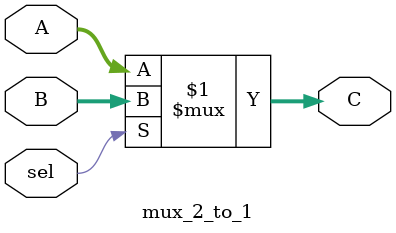
<source format=sv>
module mux_2_to_1 #(parameter N=8)(input logic [N-1:0] A, B, input logic sel, output logic [N-1:0] C);

assign C=sel ? B :A;

endmodule 
</source>
